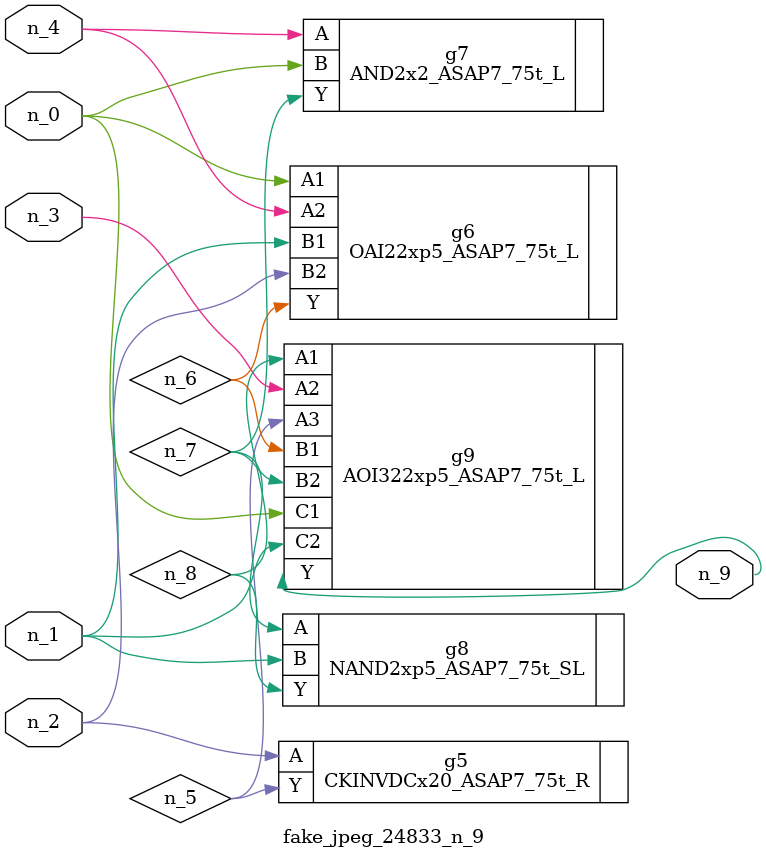
<source format=v>
module fake_jpeg_24833_n_9 (n_3, n_2, n_1, n_0, n_4, n_9);

input n_3;
input n_2;
input n_1;
input n_0;
input n_4;

output n_9;

wire n_8;
wire n_6;
wire n_5;
wire n_7;

CKINVDCx20_ASAP7_75t_R g5 ( 
.A(n_2),
.Y(n_5)
);

OAI22xp5_ASAP7_75t_L g6 ( 
.A1(n_0),
.A2(n_4),
.B1(n_1),
.B2(n_2),
.Y(n_6)
);

AND2x2_ASAP7_75t_L g7 ( 
.A(n_4),
.B(n_0),
.Y(n_7)
);

NAND2xp5_ASAP7_75t_SL g8 ( 
.A(n_7),
.B(n_1),
.Y(n_8)
);

AOI322xp5_ASAP7_75t_L g9 ( 
.A1(n_8),
.A2(n_3),
.A3(n_5),
.B1(n_6),
.B2(n_7),
.C1(n_0),
.C2(n_1),
.Y(n_9)
);


endmodule
</source>
